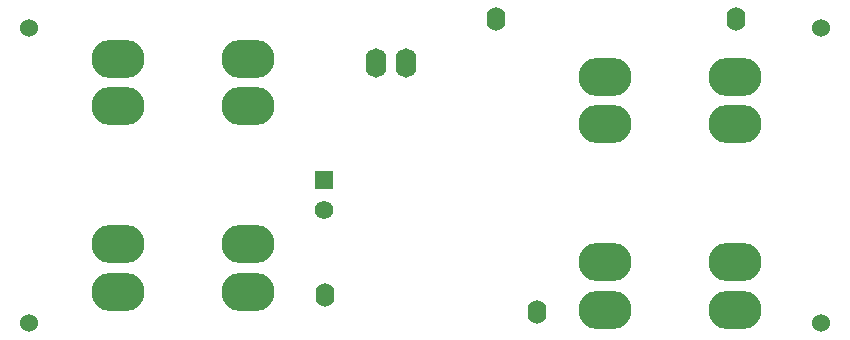
<source format=gbr>
G04*
G04 #@! TF.GenerationSoftware,Altium Limited,Altium Designer,23.0.1 (38)*
G04*
G04 Layer_Color=255*
%FSLAX25Y25*%
%MOIN*%
G70*
G04*
G04 #@! TF.SameCoordinates,E18D91D4-50B4-47E9-96DD-EFB38571A0BB*
G04*
G04*
G04 #@! TF.FilePolarity,Positive*
G04*
G01*
G75*
%ADD23C,0.06181*%
%ADD24R,0.06181X0.06181*%
%ADD27O,0.17717X0.12795*%
%ADD28C,0.06000*%
%ADD29O,0.06890X0.09843*%
%ADD30O,0.06299X0.07874*%
D23*
X110000Y49500D02*
D03*
D24*
Y59500D02*
D03*
D27*
X41346Y84031D02*
D03*
X84654Y22220D02*
D03*
Y99779D02*
D03*
Y37969D02*
D03*
X41346Y99779D02*
D03*
X84654Y84031D02*
D03*
X41346Y22220D02*
D03*
Y37969D02*
D03*
X247153Y78031D02*
D03*
Y93779D02*
D03*
X203847Y31969D02*
D03*
X247153Y16220D02*
D03*
X203847Y78031D02*
D03*
Y16220D02*
D03*
Y93779D02*
D03*
X247153Y31969D02*
D03*
D28*
X275716Y11811D02*
D03*
Y110236D02*
D03*
X11811D02*
D03*
Y11811D02*
D03*
D29*
X127500Y98500D02*
D03*
X137500D02*
D03*
D30*
X181000Y15500D02*
D03*
X247500Y113000D02*
D03*
X167500D02*
D03*
X110500Y21000D02*
D03*
M02*

</source>
